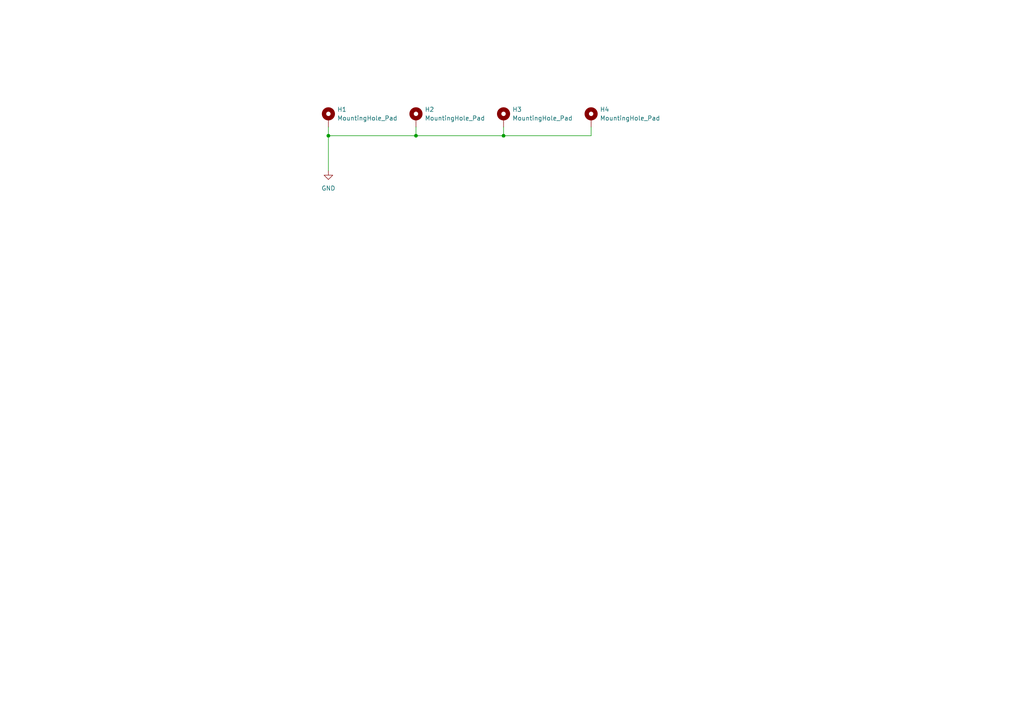
<source format=kicad_sch>
(kicad_sch (version 20211123) (generator eeschema)

  (uuid 44a50d55-0ee7-46a0-8a94-05b5341dd388)

  (paper "A4")

  (lib_symbols
    (symbol "Mechanical:MountingHole_Pad" (pin_numbers hide) (pin_names (offset 1.016) hide) (in_bom yes) (on_board yes)
      (property "Reference" "H" (id 0) (at 0 6.35 0)
        (effects (font (size 1.27 1.27)))
      )
      (property "Value" "MountingHole_Pad" (id 1) (at 0 4.445 0)
        (effects (font (size 1.27 1.27)))
      )
      (property "Footprint" "" (id 2) (at 0 0 0)
        (effects (font (size 1.27 1.27)) hide)
      )
      (property "Datasheet" "~" (id 3) (at 0 0 0)
        (effects (font (size 1.27 1.27)) hide)
      )
      (property "ki_keywords" "mounting hole" (id 4) (at 0 0 0)
        (effects (font (size 1.27 1.27)) hide)
      )
      (property "ki_description" "Mounting Hole with connection" (id 5) (at 0 0 0)
        (effects (font (size 1.27 1.27)) hide)
      )
      (property "ki_fp_filters" "MountingHole*Pad*" (id 6) (at 0 0 0)
        (effects (font (size 1.27 1.27)) hide)
      )
      (symbol "MountingHole_Pad_0_1"
        (circle (center 0 1.27) (radius 1.27)
          (stroke (width 1.27) (type default) (color 0 0 0 0))
          (fill (type none))
        )
      )
      (symbol "MountingHole_Pad_1_1"
        (pin input line (at 0 -2.54 90) (length 2.54)
          (name "1" (effects (font (size 1.27 1.27))))
          (number "1" (effects (font (size 1.27 1.27))))
        )
      )
    )
    (symbol "power:GND" (power) (pin_names (offset 0)) (in_bom yes) (on_board yes)
      (property "Reference" "#PWR" (id 0) (at 0 -6.35 0)
        (effects (font (size 1.27 1.27)) hide)
      )
      (property "Value" "GND" (id 1) (at 0 -3.81 0)
        (effects (font (size 1.27 1.27)))
      )
      (property "Footprint" "" (id 2) (at 0 0 0)
        (effects (font (size 1.27 1.27)) hide)
      )
      (property "Datasheet" "" (id 3) (at 0 0 0)
        (effects (font (size 1.27 1.27)) hide)
      )
      (property "ki_keywords" "power-flag" (id 4) (at 0 0 0)
        (effects (font (size 1.27 1.27)) hide)
      )
      (property "ki_description" "Power symbol creates a global label with name \"GND\" , ground" (id 5) (at 0 0 0)
        (effects (font (size 1.27 1.27)) hide)
      )
      (symbol "GND_0_1"
        (polyline
          (pts
            (xy 0 0)
            (xy 0 -1.27)
            (xy 1.27 -1.27)
            (xy 0 -2.54)
            (xy -1.27 -1.27)
            (xy 0 -1.27)
          )
          (stroke (width 0) (type default) (color 0 0 0 0))
          (fill (type none))
        )
      )
      (symbol "GND_1_1"
        (pin power_in line (at 0 0 270) (length 0) hide
          (name "GND" (effects (font (size 1.27 1.27))))
          (number "1" (effects (font (size 1.27 1.27))))
        )
      )
    )
  )

  (junction (at 146.05 39.37) (diameter 0) (color 0 0 0 0)
    (uuid 6f4db1ab-c4ef-4c6e-aa77-cee67e950814)
  )
  (junction (at 95.25 39.37) (diameter 0) (color 0 0 0 0)
    (uuid 729c5cb8-99f7-4a94-b008-f4b033dc81b0)
  )
  (junction (at 120.65 39.37) (diameter 0) (color 0 0 0 0)
    (uuid 8d2fbc23-859c-4c57-8910-7d74d520db1e)
  )

  (wire (pts (xy 95.25 36.83) (xy 95.25 39.37))
    (stroke (width 0) (type default) (color 0 0 0 0))
    (uuid 11ff3759-4ecc-41db-be84-5005ad087147)
  )
  (wire (pts (xy 146.05 39.37) (xy 146.05 36.83))
    (stroke (width 0) (type default) (color 0 0 0 0))
    (uuid 1df1c9a3-8d3c-4406-944e-15a3187c998c)
  )
  (wire (pts (xy 95.25 39.37) (xy 120.65 39.37))
    (stroke (width 0) (type default) (color 0 0 0 0))
    (uuid 25da653a-c119-474a-8a9f-db590f992639)
  )
  (wire (pts (xy 120.65 39.37) (xy 120.65 36.83))
    (stroke (width 0) (type default) (color 0 0 0 0))
    (uuid 4954edc5-abba-428e-a422-4ce8d6078364)
  )
  (wire (pts (xy 95.25 39.37) (xy 95.25 49.53))
    (stroke (width 0) (type default) (color 0 0 0 0))
    (uuid 8d41362c-3c21-4436-9a2c-cd5be89270fe)
  )
  (wire (pts (xy 146.05 39.37) (xy 171.45 39.37))
    (stroke (width 0) (type default) (color 0 0 0 0))
    (uuid aea0ab6c-5bde-4638-8375-e529f99a2f4a)
  )
  (wire (pts (xy 171.45 39.37) (xy 171.45 36.83))
    (stroke (width 0) (type default) (color 0 0 0 0))
    (uuid e0a7a369-87f7-4545-8708-0f114774870c)
  )
  (wire (pts (xy 120.65 39.37) (xy 146.05 39.37))
    (stroke (width 0) (type default) (color 0 0 0 0))
    (uuid f0e2a7b7-4e61-48b2-9de8-e477e89dbdf4)
  )

  (symbol (lib_id "Mechanical:MountingHole_Pad") (at 146.05 34.29 0) (unit 1)
    (in_bom yes) (on_board yes) (fields_autoplaced)
    (uuid 08886f86-394e-4a25-b4d5-6eb5c421355c)
    (property "Reference" "H3" (id 0) (at 148.59 31.7499 0)
      (effects (font (size 1.27 1.27)) (justify left))
    )
    (property "Value" "MountingHole_Pad" (id 1) (at 148.59 34.2899 0)
      (effects (font (size 1.27 1.27)) (justify left))
    )
    (property "Footprint" "MountingHole:MountingHole_3.2mm_M3_DIN965_Pad" (id 2) (at 146.05 34.29 0)
      (effects (font (size 1.27 1.27)) hide)
    )
    (property "Datasheet" "~" (id 3) (at 146.05 34.29 0)
      (effects (font (size 1.27 1.27)) hide)
    )
    (pin "1" (uuid a26be01f-015d-453c-88a0-0128feedbca6))
  )

  (symbol (lib_id "Mechanical:MountingHole_Pad") (at 95.25 34.29 0) (unit 1)
    (in_bom yes) (on_board yes) (fields_autoplaced)
    (uuid 5f5d55e8-b2c7-4c67-bbd9-5951aeadb968)
    (property "Reference" "H1" (id 0) (at 97.79 31.7499 0)
      (effects (font (size 1.27 1.27)) (justify left))
    )
    (property "Value" "MountingHole_Pad" (id 1) (at 97.79 34.2899 0)
      (effects (font (size 1.27 1.27)) (justify left))
    )
    (property "Footprint" "MountingHole:MountingHole_3.2mm_M3_DIN965_Pad" (id 2) (at 95.25 34.29 0)
      (effects (font (size 1.27 1.27)) hide)
    )
    (property "Datasheet" "~" (id 3) (at 95.25 34.29 0)
      (effects (font (size 1.27 1.27)) hide)
    )
    (pin "1" (uuid f4c445de-a41a-44bb-89d4-997af8c9b592))
  )

  (symbol (lib_id "power:GND") (at 95.25 49.53 0) (unit 1)
    (in_bom yes) (on_board yes) (fields_autoplaced)
    (uuid 62794998-4e54-4c64-af2c-f4c070a4cf2a)
    (property "Reference" "#PWR0101" (id 0) (at 95.25 55.88 0)
      (effects (font (size 1.27 1.27)) hide)
    )
    (property "Value" "GND" (id 1) (at 95.25 54.61 0))
    (property "Footprint" "" (id 2) (at 95.25 49.53 0)
      (effects (font (size 1.27 1.27)) hide)
    )
    (property "Datasheet" "" (id 3) (at 95.25 49.53 0)
      (effects (font (size 1.27 1.27)) hide)
    )
    (pin "1" (uuid d9925927-93bf-4faa-b13a-f248eb3348d3))
  )

  (symbol (lib_id "Mechanical:MountingHole_Pad") (at 171.45 34.29 0) (unit 1)
    (in_bom yes) (on_board yes) (fields_autoplaced)
    (uuid 8e48cd19-ad61-42da-8309-5cb55fec367f)
    (property "Reference" "H4" (id 0) (at 173.99 31.7499 0)
      (effects (font (size 1.27 1.27)) (justify left))
    )
    (property "Value" "MountingHole_Pad" (id 1) (at 173.99 34.2899 0)
      (effects (font (size 1.27 1.27)) (justify left))
    )
    (property "Footprint" "MountingHole:MountingHole_3.2mm_M3_DIN965_Pad" (id 2) (at 171.45 34.29 0)
      (effects (font (size 1.27 1.27)) hide)
    )
    (property "Datasheet" "~" (id 3) (at 171.45 34.29 0)
      (effects (font (size 1.27 1.27)) hide)
    )
    (pin "1" (uuid ceefde84-00a8-48fc-8936-2e1cace4c257))
  )

  (symbol (lib_id "Mechanical:MountingHole_Pad") (at 120.65 34.29 0) (unit 1)
    (in_bom yes) (on_board yes) (fields_autoplaced)
    (uuid b733c762-3c6d-46ab-a890-fb64c28f605c)
    (property "Reference" "H2" (id 0) (at 123.19 31.7499 0)
      (effects (font (size 1.27 1.27)) (justify left))
    )
    (property "Value" "MountingHole_Pad" (id 1) (at 123.19 34.2899 0)
      (effects (font (size 1.27 1.27)) (justify left))
    )
    (property "Footprint" "MountingHole:MountingHole_3.2mm_M3_DIN965_Pad" (id 2) (at 120.65 34.29 0)
      (effects (font (size 1.27 1.27)) hide)
    )
    (property "Datasheet" "~" (id 3) (at 120.65 34.29 0)
      (effects (font (size 1.27 1.27)) hide)
    )
    (pin "1" (uuid c1977207-d891-4037-8433-38beb487b2a7))
  )

  (sheet_instances
    (path "/" (page "1"))
  )

  (symbol_instances
    (path "/62794998-4e54-4c64-af2c-f4c070a4cf2a"
      (reference "#PWR0101") (unit 1) (value "GND") (footprint "")
    )
    (path "/5f5d55e8-b2c7-4c67-bbd9-5951aeadb968"
      (reference "H1") (unit 1) (value "MountingHole_Pad") (footprint "MountingHole:MountingHole_3.2mm_M3_DIN965_Pad")
    )
    (path "/b733c762-3c6d-46ab-a890-fb64c28f605c"
      (reference "H2") (unit 1) (value "MountingHole_Pad") (footprint "MountingHole:MountingHole_3.2mm_M3_DIN965_Pad")
    )
    (path "/08886f86-394e-4a25-b4d5-6eb5c421355c"
      (reference "H3") (unit 1) (value "MountingHole_Pad") (footprint "MountingHole:MountingHole_3.2mm_M3_DIN965_Pad")
    )
    (path "/8e48cd19-ad61-42da-8309-5cb55fec367f"
      (reference "H4") (unit 1) (value "MountingHole_Pad") (footprint "MountingHole:MountingHole_3.2mm_M3_DIN965_Pad")
    )
  )
)

</source>
